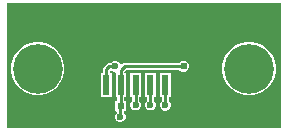
<source format=gbl>
G04*
G04 #@! TF.GenerationSoftware,Altium Limited,Altium Designer,23.11.1 (41)*
G04*
G04 Layer_Physical_Order=2*
G04 Layer_Color=16711680*
%FSLAX25Y25*%
%MOIN*%
G70*
G04*
G04 #@! TF.SameCoordinates,D13407C9-E82C-4D22-A7C2-A8B21F9BC201*
G04*
G04*
G04 #@! TF.FilePolarity,Positive*
G04*
G01*
G75*
%ADD12C,0.01000*%
%ADD23C,0.16535*%
%ADD24C,0.02400*%
%ADD25C,0.02362*%
%ADD26R,0.03937X0.11024*%
%ADD27R,0.02362X0.06693*%
%ADD28R,0.02165X0.02165*%
G36*
X191300Y136000D02*
X100000D01*
Y177500D01*
X191300D01*
Y136000D01*
D02*
G37*
%LPC*%
G36*
X159258Y158300D02*
X158542D01*
X157880Y158026D01*
X157476Y157622D01*
X139300D01*
X138871Y157536D01*
X138507Y157293D01*
X138507Y157293D01*
X138319Y157105D01*
X137729Y157222D01*
X137610Y157509D01*
X137109Y158010D01*
X136454Y158281D01*
X135746D01*
X135091Y158010D01*
X134703Y157622D01*
X134100D01*
X134100Y157622D01*
X133671Y157536D01*
X133307Y157293D01*
X133307Y157293D01*
X132322Y156308D01*
X132079Y155944D01*
X131993Y155515D01*
X131993Y155515D01*
Y154246D01*
X131334D01*
Y146353D01*
X134896D01*
Y154246D01*
X134237D01*
Y155050D01*
X134309Y155123D01*
X134959D01*
X135091Y154990D01*
X135746Y154719D01*
X136188D01*
X136255Y154246D01*
X136255D01*
Y146353D01*
X136847D01*
Y144867D01*
X136201D01*
Y141501D01*
X136376D01*
X136583Y141001D01*
X136290Y140709D01*
X136019Y140054D01*
Y139346D01*
X136290Y138691D01*
X136791Y138190D01*
X137446Y137919D01*
X138154D01*
X138809Y138190D01*
X139310Y138691D01*
X139581Y139346D01*
Y140054D01*
X139310Y140709D01*
X139017Y141001D01*
X139082Y141501D01*
X139567D01*
Y144867D01*
X139090D01*
Y146353D01*
X139817D01*
Y154246D01*
X139157D01*
Y154771D01*
X139765Y155378D01*
X157476D01*
X157880Y154974D01*
X158542Y154700D01*
X159258D01*
X159920Y154974D01*
X160426Y155480D01*
X160700Y156142D01*
Y156858D01*
X160426Y157520D01*
X159920Y158026D01*
X159258Y158300D01*
D02*
G37*
G36*
X181573Y164568D02*
X179827D01*
X178113Y164227D01*
X176500Y163558D01*
X175047Y162588D01*
X173812Y161353D01*
X172842Y159900D01*
X172173Y158287D01*
X171832Y156573D01*
Y154827D01*
X172173Y153113D01*
X172842Y151500D01*
X173812Y150047D01*
X175047Y148812D01*
X176500Y147842D01*
X178113Y147173D01*
X179827Y146832D01*
X181573D01*
X183287Y147173D01*
X184900Y147842D01*
X186353Y148812D01*
X187588Y150047D01*
X188558Y151500D01*
X189227Y153113D01*
X189568Y154827D01*
Y156573D01*
X189227Y158287D01*
X188558Y159900D01*
X187588Y161353D01*
X186353Y162588D01*
X184900Y163558D01*
X183287Y164227D01*
X181573Y164568D01*
D02*
G37*
G36*
X111173D02*
X109427D01*
X107713Y164227D01*
X106100Y163558D01*
X104647Y162588D01*
X103412Y161353D01*
X102442Y159900D01*
X101773Y158287D01*
X101432Y156573D01*
Y154827D01*
X101773Y153113D01*
X102442Y151500D01*
X103412Y150047D01*
X104647Y148812D01*
X106100Y147842D01*
X107713Y147173D01*
X109427Y146832D01*
X111173D01*
X112887Y147173D01*
X114500Y147842D01*
X115953Y148812D01*
X117188Y150047D01*
X118158Y151500D01*
X118827Y153113D01*
X119168Y154827D01*
Y156573D01*
X118827Y158287D01*
X118158Y159900D01*
X117188Y161353D01*
X115953Y162588D01*
X114500Y163558D01*
X112887Y164227D01*
X111173Y164568D01*
D02*
G37*
G36*
X149660Y154246D02*
X146098D01*
Y146353D01*
X146718D01*
Y145037D01*
X146290Y144609D01*
X146019Y143954D01*
Y143246D01*
X146290Y142591D01*
X146791Y142090D01*
X147446Y141819D01*
X148154D01*
X148809Y142090D01*
X149310Y142591D01*
X149581Y143246D01*
Y143954D01*
X149310Y144609D01*
X148961Y144958D01*
Y146353D01*
X149660D01*
Y154246D01*
D02*
G37*
G36*
X144738D02*
X141176D01*
Y146353D01*
X141807D01*
Y145026D01*
X141390Y144609D01*
X141119Y143954D01*
Y143246D01*
X141390Y142591D01*
X141891Y142090D01*
X142546Y141819D01*
X143254D01*
X143909Y142090D01*
X144410Y142591D01*
X144681Y143246D01*
Y143954D01*
X144410Y144609D01*
X144050Y144969D01*
Y146353D01*
X144738D01*
Y154246D01*
D02*
G37*
G36*
X154581D02*
X151019D01*
Y146353D01*
X151678D01*
Y144897D01*
X151290Y144509D01*
X151019Y143854D01*
Y143146D01*
X151290Y142491D01*
X151791Y141990D01*
X152446Y141719D01*
X153154D01*
X153809Y141990D01*
X154310Y142491D01*
X154581Y143146D01*
Y143854D01*
X154310Y144509D01*
X153922Y144897D01*
Y146353D01*
X154581D01*
Y154246D01*
D02*
G37*
%LPD*%
D12*
X133115Y150300D02*
Y155515D01*
X138036Y150300D02*
Y155236D01*
X139300Y156500D02*
X158900D01*
X138036Y155236D02*
X139300Y156500D01*
X134100D02*
X136100D01*
X133107Y150293D02*
X133115Y150300D01*
Y155515D02*
X134100Y156500D01*
X147839Y143639D02*
Y150261D01*
X152800Y143500D02*
Y150300D01*
X142929Y143629D02*
Y150271D01*
X137968Y143268D02*
Y150232D01*
X137884Y143184D02*
X137968Y143268D01*
X147800Y143600D02*
X147839Y143639D01*
Y150261D02*
X147879Y150300D01*
X142929Y150271D02*
X142957Y150300D01*
X142900Y143600D02*
X142929Y143629D01*
X137850Y143150D02*
X137884Y143184D01*
X137800Y139700D02*
X137850Y139750D01*
Y143150D01*
D23*
X110300Y155700D02*
D03*
X180700D02*
D03*
D24*
X158900Y156500D02*
D03*
D25*
X136100D02*
D03*
X130900Y166700D02*
D03*
X128900Y143100D02*
D03*
X157700Y143600D02*
D03*
X152700Y163500D02*
D03*
X152800Y143500D02*
D03*
X147800Y143600D02*
D03*
X142900D02*
D03*
X137800Y139700D02*
D03*
D26*
X125831Y163489D02*
D03*
X165005D02*
D03*
D27*
X133115Y150300D02*
D03*
X138036D02*
D03*
X142957D02*
D03*
X147879D02*
D03*
X152800D02*
D03*
X157721D02*
D03*
D28*
X133284Y143184D02*
D03*
X137884D02*
D03*
M02*

</source>
